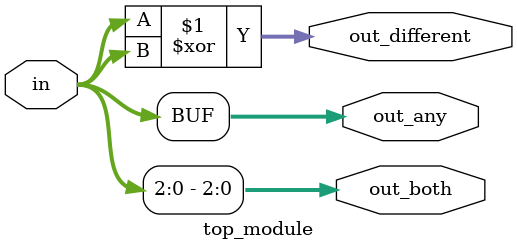
<source format=sv>
module top_module (
    input [3:0] in,
    output [2:0] out_both,
    output [3:0] out_any,
    output [3:0] out_different
);

assign out_both = in[2:0];
assign out_any = in[3:0];
assign out_different = in ^ {in[3:1], in[0]};

endmodule

</source>
